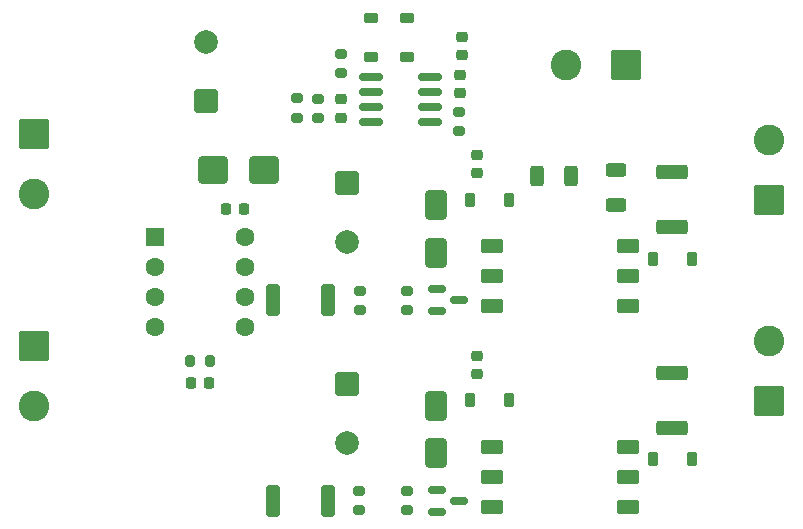
<source format=gbr>
%TF.GenerationSoftware,KiCad,Pcbnew,9.0.6*%
%TF.CreationDate,2025-12-09T22:28:09-06:00*%
%TF.ProjectId,QCW_Precharge,5143575f-5072-4656-9368-617267652e6b,rev?*%
%TF.SameCoordinates,Original*%
%TF.FileFunction,Soldermask,Top*%
%TF.FilePolarity,Negative*%
%FSLAX46Y46*%
G04 Gerber Fmt 4.6, Leading zero omitted, Abs format (unit mm)*
G04 Created by KiCad (PCBNEW 9.0.6) date 2025-12-09 22:28:09*
%MOMM*%
%LPD*%
G01*
G04 APERTURE LIST*
G04 Aperture macros list*
%AMRoundRect*
0 Rectangle with rounded corners*
0 $1 Rounding radius*
0 $2 $3 $4 $5 $6 $7 $8 $9 X,Y pos of 4 corners*
0 Add a 4 corners polygon primitive as box body*
4,1,4,$2,$3,$4,$5,$6,$7,$8,$9,$2,$3,0*
0 Add four circle primitives for the rounded corners*
1,1,$1+$1,$2,$3*
1,1,$1+$1,$4,$5*
1,1,$1+$1,$6,$7*
1,1,$1+$1,$8,$9*
0 Add four rect primitives between the rounded corners*
20,1,$1+$1,$2,$3,$4,$5,0*
20,1,$1+$1,$4,$5,$6,$7,0*
20,1,$1+$1,$6,$7,$8,$9,0*
20,1,$1+$1,$8,$9,$2,$3,0*%
G04 Aperture macros list end*
%ADD10RoundRect,0.250000X0.312500X0.625000X-0.312500X0.625000X-0.312500X-0.625000X0.312500X-0.625000X0*%
%ADD11RoundRect,0.250000X-0.625000X0.312500X-0.625000X-0.312500X0.625000X-0.312500X0.625000X0.312500X0*%
%ADD12RoundRect,0.102000X-0.800000X-0.500000X0.800000X-0.500000X0.800000X0.500000X-0.800000X0.500000X0*%
%ADD13RoundRect,0.225000X-0.225000X-0.250000X0.225000X-0.250000X0.225000X0.250000X-0.225000X0.250000X0*%
%ADD14RoundRect,0.250000X0.650000X-1.000000X0.650000X1.000000X-0.650000X1.000000X-0.650000X-1.000000X0*%
%ADD15RoundRect,0.250000X-0.750000X0.750000X-0.750000X-0.750000X0.750000X-0.750000X0.750000X0.750000X0*%
%ADD16C,2.000000*%
%ADD17RoundRect,0.150000X-0.825000X-0.150000X0.825000X-0.150000X0.825000X0.150000X-0.825000X0.150000X0*%
%ADD18RoundRect,0.225000X0.250000X-0.225000X0.250000X0.225000X-0.250000X0.225000X-0.250000X-0.225000X0*%
%ADD19RoundRect,0.200000X0.275000X-0.200000X0.275000X0.200000X-0.275000X0.200000X-0.275000X-0.200000X0*%
%ADD20RoundRect,0.250000X1.050000X1.050000X-1.050000X1.050000X-1.050000X-1.050000X1.050000X-1.050000X0*%
%ADD21C,2.600000*%
%ADD22RoundRect,0.250000X-1.050000X1.050000X-1.050000X-1.050000X1.050000X-1.050000X1.050000X1.050000X0*%
%ADD23RoundRect,0.200000X0.200000X0.275000X-0.200000X0.275000X-0.200000X-0.275000X0.200000X-0.275000X0*%
%ADD24RoundRect,0.250000X-0.362500X-1.075000X0.362500X-1.075000X0.362500X1.075000X-0.362500X1.075000X0*%
%ADD25RoundRect,0.250000X1.000000X0.900000X-1.000000X0.900000X-1.000000X-0.900000X1.000000X-0.900000X0*%
%ADD26RoundRect,0.250000X0.750000X-0.750000X0.750000X0.750000X-0.750000X0.750000X-0.750000X-0.750000X0*%
%ADD27RoundRect,0.200000X-0.275000X0.200000X-0.275000X-0.200000X0.275000X-0.200000X0.275000X0.200000X0*%
%ADD28RoundRect,0.225000X0.225000X0.375000X-0.225000X0.375000X-0.225000X-0.375000X0.225000X-0.375000X0*%
%ADD29RoundRect,0.250000X1.050000X-1.050000X1.050000X1.050000X-1.050000X1.050000X-1.050000X-1.050000X0*%
%ADD30RoundRect,0.150000X-0.587500X-0.150000X0.587500X-0.150000X0.587500X0.150000X-0.587500X0.150000X0*%
%ADD31RoundRect,0.250000X-0.550000X-0.550000X0.550000X-0.550000X0.550000X0.550000X-0.550000X0.550000X0*%
%ADD32C,1.600000*%
%ADD33RoundRect,0.225000X0.375000X-0.225000X0.375000X0.225000X-0.375000X0.225000X-0.375000X-0.225000X0*%
%ADD34RoundRect,0.250000X1.075000X-0.362500X1.075000X0.362500X-1.075000X0.362500X-1.075000X-0.362500X0*%
%ADD35RoundRect,0.225000X-0.375000X0.225000X-0.375000X-0.225000X0.375000X-0.225000X0.375000X0.225000X0*%
G04 APERTURE END LIST*
D10*
%TO.C,R2*%
X218462500Y-90000000D03*
X215537500Y-90000000D03*
%TD*%
D11*
%TO.C,R1*%
X222250000Y-89537500D03*
X222250000Y-92462500D03*
%TD*%
D12*
%TO.C,T2*%
X211750000Y-112960000D03*
X211750000Y-115500000D03*
X211750000Y-118040000D03*
X223250000Y-118040000D03*
X223250000Y-115500000D03*
X223250000Y-112960000D03*
%TD*%
D13*
%TO.C,C4*%
X189225000Y-92800000D03*
X190775000Y-92800000D03*
%TD*%
D14*
%TO.C,D8*%
X207000000Y-113500000D03*
X207000000Y-109500000D03*
%TD*%
D15*
%TO.C,C7*%
X199500000Y-90632323D03*
D16*
X199500000Y-95632323D03*
%TD*%
D17*
%TO.C,U3*%
X201525000Y-81595000D03*
X201525000Y-82865000D03*
X201525000Y-84135000D03*
X201525000Y-85405000D03*
X206475000Y-85405000D03*
X206475000Y-84135000D03*
X206475000Y-82865000D03*
X206475000Y-81595000D03*
%TD*%
D18*
%TO.C,C2*%
X209000000Y-83000000D03*
X209000000Y-81450000D03*
%TD*%
D19*
%TO.C,R10*%
X204562500Y-101375000D03*
X204562500Y-99725000D03*
%TD*%
D18*
%TO.C,C9*%
X210500000Y-106775000D03*
X210500000Y-105225000D03*
%TD*%
D15*
%TO.C,C10*%
X199500000Y-107632323D03*
D16*
X199500000Y-112632323D03*
%TD*%
D20*
%TO.C,J1*%
X223045000Y-80577500D03*
D21*
X217965000Y-80577500D03*
%TD*%
D22*
%TO.C,J2*%
X173000000Y-86455000D03*
D21*
X173000000Y-91535000D03*
%TD*%
D19*
%TO.C,R12*%
X204500000Y-118325000D03*
X204500000Y-116675000D03*
%TD*%
D23*
%TO.C,R15*%
X187825000Y-105650000D03*
X186175000Y-105650000D03*
%TD*%
D24*
%TO.C,R7*%
X193187500Y-100500000D03*
X197812500Y-100500000D03*
%TD*%
D25*
%TO.C,D3*%
X192400000Y-89500000D03*
X188100000Y-89500000D03*
%TD*%
D26*
%TO.C,C5*%
X187500000Y-83617677D03*
D16*
X187500000Y-78617677D03*
%TD*%
D27*
%TO.C,R3*%
X198975000Y-79675000D03*
X198975000Y-81325000D03*
%TD*%
D28*
%TO.C,D9*%
X228650000Y-114000000D03*
X225350000Y-114000000D03*
%TD*%
D22*
%TO.C,J4*%
X173000000Y-104420000D03*
D21*
X173000000Y-109500000D03*
%TD*%
D28*
%TO.C,D4*%
X228650000Y-97000000D03*
X225350000Y-97000000D03*
%TD*%
D18*
%TO.C,C1*%
X209200000Y-79775000D03*
X209200000Y-78225000D03*
%TD*%
D12*
%TO.C,T1*%
X211750000Y-95960000D03*
X211750000Y-98500000D03*
X211750000Y-101040000D03*
X223250000Y-101040000D03*
X223250000Y-98500000D03*
X223250000Y-95960000D03*
%TD*%
D29*
%TO.C,J3*%
X235172500Y-92045000D03*
D21*
X235172500Y-86965000D03*
%TD*%
D13*
%TO.C,C8*%
X186225000Y-107500000D03*
X187775000Y-107500000D03*
%TD*%
D18*
%TO.C,C6*%
X210500000Y-89775000D03*
X210500000Y-88225000D03*
%TD*%
D30*
%TO.C,Q1*%
X207062500Y-99550000D03*
X207062500Y-101450000D03*
X208937500Y-100500000D03*
%TD*%
D24*
%TO.C,R11*%
X193187500Y-117500000D03*
X197812500Y-117500000D03*
%TD*%
D27*
%TO.C,R8*%
X200562500Y-99725000D03*
X200562500Y-101375000D03*
%TD*%
D14*
%TO.C,D6*%
X207000000Y-96500000D03*
X207000000Y-92500000D03*
%TD*%
D28*
%TO.C,D5*%
X213150000Y-92000000D03*
X209850000Y-92000000D03*
%TD*%
D31*
%TO.C,U2*%
X183195000Y-95190000D03*
D32*
X183195000Y-97730000D03*
X183195000Y-100270000D03*
X183195000Y-102810000D03*
X190815000Y-102810000D03*
X190815000Y-100270000D03*
X190815000Y-97730000D03*
X190815000Y-95190000D03*
%TD*%
D28*
%TO.C,D7*%
X213150000Y-109000000D03*
X209850000Y-109000000D03*
%TD*%
D33*
%TO.C,D1*%
X201500000Y-79900000D03*
X201500000Y-76600000D03*
%TD*%
D18*
%TO.C,C3*%
X198975000Y-85075000D03*
X198975000Y-83525000D03*
%TD*%
D27*
%TO.C,R13*%
X200500000Y-116675000D03*
X200500000Y-118325000D03*
%TD*%
D29*
%TO.C,J5*%
X235172500Y-109045000D03*
D21*
X235172500Y-103965000D03*
%TD*%
D30*
%TO.C,Q2*%
X207062500Y-116550000D03*
X207062500Y-118450000D03*
X208937500Y-117500000D03*
%TD*%
D27*
%TO.C,R5*%
X195250000Y-83425000D03*
X195250000Y-85075000D03*
%TD*%
D19*
%TO.C,R4*%
X208975000Y-86225000D03*
X208975000Y-84575000D03*
%TD*%
D34*
%TO.C,R14*%
X227000000Y-111312500D03*
X227000000Y-106687500D03*
%TD*%
D35*
%TO.C,D2*%
X204500000Y-76600000D03*
X204500000Y-79900000D03*
%TD*%
D34*
%TO.C,R9*%
X227000000Y-94312500D03*
X227000000Y-89687500D03*
%TD*%
D19*
%TO.C,R6*%
X196975000Y-85125000D03*
X196975000Y-83475000D03*
%TD*%
M02*

</source>
